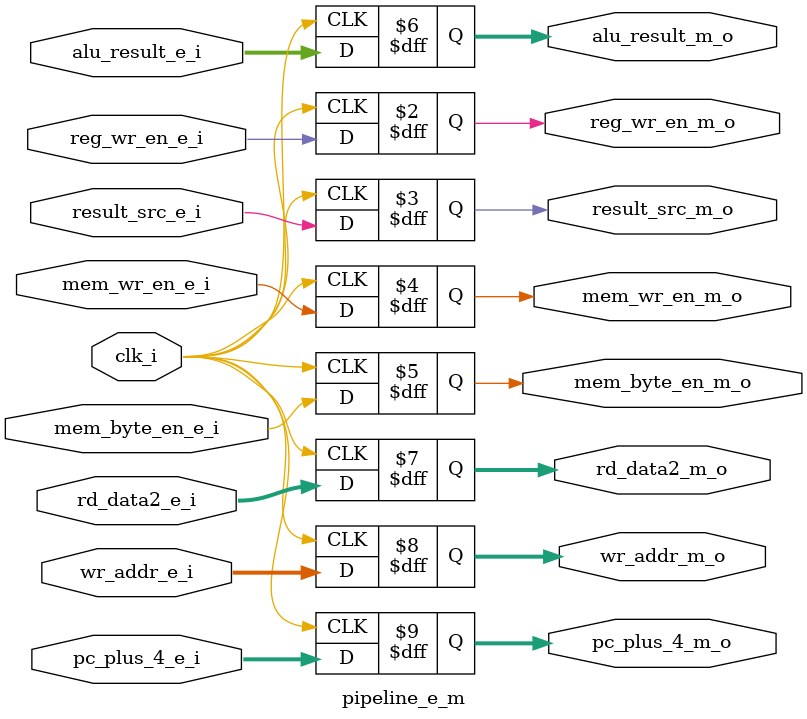
<source format=sv>
module pipeline_e_m #(
    parameter WIDTH = 32
)(
    input logic clk_i,

    // control unit
    input logic reg_wr_en_e_i,
    input logic result_src_e_i,
    input logic mem_wr_en_e_i,
    input logic mem_byte_en_e_i,

    output logic reg_wr_en_m_o,
    output logic result_src_m_o,
    output logic mem_wr_en_m_o,
    output logic mem_byte_en_m_o,

    // data path
    input logic [WIDTH - 1:0] alu_result_e_i,
    input logic [WIDTH - 1:0] rd_data2_e_i, // RD2_E in lecture
    input logic [4:0] wr_addr_e_i, // writen address, A3 in lecture
    input logic [WIDTH - 1:0] pc_plus_4_e_i,

    output logic [WIDTH - 1:0] alu_result_m_o,
    output logic [WIDTH - 1:0] rd_data2_m_o,
    output logic [4:0] wr_addr_m_o,
    output logic [WIDTH - 1:0] pc_plus_4_m_o

    
);

always_ff @(posedge clk_i) begin

    // control unit
    reg_wr_en_m_o <= reg_wr_en_e_i;
    result_src_m_o <= result_src_e_i;
    mem_wr_en_m_o <= mem_wr_en_e_i;
    mem_byte_en_m_o <= mem_byte_en_e_i;

    // data path
    alu_result_m_o <= alu_result_e_i;
    rd_data2_m_o <= rd_data2_e_i;
    wr_addr_m_o <= wr_addr_e_i;
    pc_plus_4_m_o <= pc_plus_4_e_i;

end

endmodule
</source>
